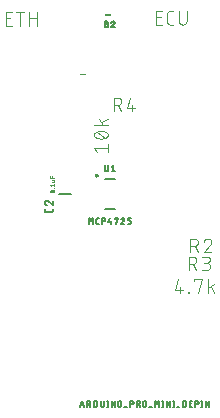
<source format=gbr>
G04 EAGLE Gerber RS-274X export*
G75*
%MOIN*%
%FSLAX34Y34*%
%LPD*%
%INSilkscreen Top*%
%IPPOS*%
%AMOC8*
5,1,8,0,0,1.08239X$1,22.5*%
G01*
%ADD10C,0.005000*%
%ADD11C,0.004000*%
%ADD12C,0.000000*%
%ADD13C,0.008000*%
%ADD14C,0.006000*%
%ADD15C,0.002000*%

G36*
X18079Y23064D02*
X18079Y23064D01*
X18094Y23071D01*
X18107Y23081D01*
X18117Y23094D01*
X18123Y23109D01*
X18125Y23125D01*
X18123Y23141D01*
X18117Y23156D01*
X18107Y23169D01*
X18094Y23179D01*
X18079Y23186D01*
X18063Y23188D01*
X18062Y23188D01*
X18046Y23186D01*
X18031Y23179D01*
X18018Y23169D01*
X18008Y23156D01*
X18002Y23141D01*
X18000Y23125D01*
X18002Y23109D01*
X18008Y23094D01*
X18018Y23081D01*
X18031Y23071D01*
X18046Y23064D01*
X18062Y23062D01*
X18063Y23062D01*
X18079Y23064D01*
G37*
D10*
X18346Y28181D02*
X18398Y28181D01*
X18412Y28179D01*
X18425Y28174D01*
X18435Y28165D01*
X18444Y28155D01*
X18449Y28142D01*
X18451Y28128D01*
X18449Y28114D01*
X18444Y28102D01*
X18435Y28091D01*
X18425Y28082D01*
X18412Y28077D01*
X18398Y28075D01*
X18346Y28075D01*
X18346Y28265D01*
X18398Y28265D01*
X18410Y28263D01*
X18421Y28258D01*
X18430Y28251D01*
X18436Y28240D01*
X18440Y28229D01*
X18440Y28217D01*
X18436Y28206D01*
X18430Y28195D01*
X18421Y28188D01*
X18410Y28183D01*
X18398Y28181D01*
X18607Y28265D02*
X18619Y28263D01*
X18631Y28259D01*
X18641Y28251D01*
X18649Y28241D01*
X18653Y28229D01*
X18655Y28217D01*
X18607Y28265D02*
X18594Y28264D01*
X18582Y28260D01*
X18571Y28253D01*
X18562Y28245D01*
X18554Y28234D01*
X18549Y28223D01*
X18638Y28180D02*
X18647Y28191D01*
X18652Y28203D01*
X18654Y28217D01*
X18638Y28181D02*
X18549Y28075D01*
X18654Y28075D01*
X17571Y15615D02*
X17508Y15425D01*
X17634Y15425D02*
X17571Y15615D01*
X17618Y15473D02*
X17523Y15473D01*
X17744Y15425D02*
X17744Y15615D01*
X17797Y15615D01*
X17811Y15613D01*
X17824Y15608D01*
X17834Y15599D01*
X17843Y15589D01*
X17848Y15576D01*
X17850Y15562D01*
X17848Y15548D01*
X17843Y15536D01*
X17834Y15525D01*
X17824Y15516D01*
X17811Y15511D01*
X17797Y15509D01*
X17744Y15509D01*
X17807Y15509D02*
X17849Y15425D01*
X17965Y15425D02*
X17965Y15615D01*
X18017Y15615D01*
X18031Y15613D01*
X18044Y15608D01*
X18054Y15599D01*
X18063Y15589D01*
X18068Y15576D01*
X18070Y15562D01*
X18070Y15478D01*
X18068Y15464D01*
X18063Y15451D01*
X18054Y15441D01*
X18043Y15432D01*
X18031Y15427D01*
X18017Y15425D01*
X17965Y15425D01*
X18195Y15478D02*
X18195Y15615D01*
X18195Y15478D02*
X18197Y15464D01*
X18202Y15452D01*
X18211Y15441D01*
X18222Y15432D01*
X18234Y15427D01*
X18248Y15425D01*
X18262Y15427D01*
X18275Y15432D01*
X18285Y15441D01*
X18294Y15452D01*
X18299Y15464D01*
X18301Y15478D01*
X18300Y15478D02*
X18300Y15615D01*
X18428Y15615D02*
X18428Y15425D01*
X18407Y15425D02*
X18449Y15425D01*
X18449Y15615D02*
X18407Y15615D01*
X18555Y15615D02*
X18555Y15425D01*
X18660Y15425D02*
X18555Y15615D01*
X18660Y15615D02*
X18660Y15425D01*
X18778Y15478D02*
X18778Y15562D01*
X18780Y15576D01*
X18785Y15589D01*
X18794Y15599D01*
X18805Y15608D01*
X18817Y15613D01*
X18831Y15615D01*
X18845Y15613D01*
X18858Y15608D01*
X18868Y15599D01*
X18877Y15589D01*
X18882Y15576D01*
X18884Y15562D01*
X18884Y15478D01*
X18882Y15464D01*
X18877Y15452D01*
X18868Y15441D01*
X18858Y15432D01*
X18845Y15427D01*
X18831Y15425D01*
X18817Y15427D01*
X18805Y15432D01*
X18794Y15441D01*
X18785Y15452D01*
X18780Y15464D01*
X18778Y15478D01*
X18983Y15404D02*
X19068Y15404D01*
X19180Y15425D02*
X19180Y15615D01*
X19233Y15615D01*
X19247Y15613D01*
X19260Y15608D01*
X19270Y15599D01*
X19279Y15589D01*
X19284Y15576D01*
X19286Y15562D01*
X19284Y15548D01*
X19279Y15536D01*
X19270Y15525D01*
X19260Y15516D01*
X19247Y15511D01*
X19233Y15509D01*
X19180Y15509D01*
X19393Y15425D02*
X19393Y15615D01*
X19445Y15615D01*
X19459Y15613D01*
X19472Y15608D01*
X19482Y15599D01*
X19491Y15589D01*
X19496Y15576D01*
X19498Y15562D01*
X19496Y15548D01*
X19491Y15536D01*
X19482Y15525D01*
X19472Y15516D01*
X19459Y15511D01*
X19445Y15509D01*
X19393Y15509D01*
X19456Y15509D02*
X19498Y15425D01*
X19606Y15478D02*
X19606Y15562D01*
X19608Y15576D01*
X19613Y15589D01*
X19622Y15599D01*
X19633Y15608D01*
X19645Y15613D01*
X19659Y15615D01*
X19673Y15613D01*
X19686Y15608D01*
X19696Y15599D01*
X19705Y15589D01*
X19710Y15576D01*
X19712Y15562D01*
X19712Y15478D01*
X19710Y15464D01*
X19705Y15452D01*
X19696Y15441D01*
X19686Y15432D01*
X19673Y15427D01*
X19659Y15425D01*
X19645Y15427D01*
X19633Y15432D01*
X19622Y15441D01*
X19613Y15452D01*
X19608Y15464D01*
X19606Y15478D01*
X19811Y15404D02*
X19895Y15404D01*
X20006Y15425D02*
X20006Y15615D01*
X20069Y15509D01*
X20133Y15615D01*
X20133Y15425D01*
X20264Y15425D02*
X20264Y15615D01*
X20243Y15425D02*
X20285Y15425D01*
X20285Y15615D02*
X20243Y15615D01*
X20391Y15615D02*
X20391Y15425D01*
X20496Y15425D02*
X20391Y15615D01*
X20496Y15615D02*
X20496Y15425D01*
X20624Y15425D02*
X20624Y15615D01*
X20603Y15425D02*
X20645Y15425D01*
X20645Y15615D02*
X20603Y15615D01*
X20733Y15404D02*
X20817Y15404D01*
X20924Y15425D02*
X20924Y15615D01*
X20976Y15615D01*
X20990Y15613D01*
X21003Y15608D01*
X21013Y15599D01*
X21022Y15589D01*
X21027Y15576D01*
X21029Y15562D01*
X21029Y15478D01*
X21027Y15464D01*
X21022Y15451D01*
X21013Y15441D01*
X21002Y15432D01*
X20990Y15427D01*
X20976Y15425D01*
X20924Y15425D01*
X21155Y15425D02*
X21239Y15425D01*
X21155Y15425D02*
X21155Y15615D01*
X21239Y15615D01*
X21218Y15531D02*
X21155Y15531D01*
X21347Y15615D02*
X21347Y15425D01*
X21347Y15615D02*
X21400Y15615D01*
X21414Y15613D01*
X21427Y15608D01*
X21437Y15599D01*
X21446Y15589D01*
X21451Y15576D01*
X21453Y15562D01*
X21451Y15548D01*
X21446Y15536D01*
X21437Y15525D01*
X21427Y15516D01*
X21414Y15511D01*
X21400Y15509D01*
X21347Y15509D01*
X21560Y15425D02*
X21560Y15615D01*
X21539Y15425D02*
X21581Y15425D01*
X21581Y15615D02*
X21539Y15615D01*
X21687Y15615D02*
X21687Y15425D01*
X21792Y15425D02*
X21687Y15615D01*
X21792Y15615D02*
X21792Y15425D01*
D11*
X20240Y28161D02*
X20036Y28161D01*
X20036Y28621D01*
X20240Y28621D01*
X20189Y28416D02*
X20036Y28416D01*
X20511Y28161D02*
X20613Y28161D01*
X20511Y28161D02*
X20493Y28163D01*
X20476Y28167D01*
X20460Y28175D01*
X20445Y28185D01*
X20433Y28197D01*
X20423Y28212D01*
X20415Y28228D01*
X20411Y28245D01*
X20409Y28263D01*
X20409Y28518D01*
X20411Y28538D01*
X20417Y28557D01*
X20426Y28575D01*
X20439Y28590D01*
X20454Y28603D01*
X20472Y28612D01*
X20491Y28618D01*
X20511Y28620D01*
X20511Y28621D02*
X20613Y28621D01*
X20800Y28621D02*
X20800Y28288D01*
X20802Y28267D01*
X20807Y28246D01*
X20815Y28227D01*
X20827Y28209D01*
X20841Y28194D01*
X20858Y28181D01*
X20877Y28171D01*
X20897Y28164D01*
X20917Y28160D01*
X20939Y28160D01*
X20959Y28164D01*
X20979Y28171D01*
X20998Y28181D01*
X21015Y28194D01*
X21029Y28209D01*
X21041Y28227D01*
X21049Y28246D01*
X21054Y28267D01*
X21056Y28288D01*
X21055Y28288D02*
X21055Y28621D01*
D12*
X18344Y28490D02*
X18341Y28500D01*
X18346Y28497D02*
X18344Y28490D01*
X18348Y28490D02*
X18346Y28497D01*
X18350Y28500D02*
X18348Y28490D01*
X18354Y28490D02*
X18354Y28500D01*
X18353Y28490D02*
X18355Y28490D01*
X18353Y28500D02*
X18355Y28500D01*
X18359Y28500D02*
X18359Y28490D01*
X18359Y28500D02*
X18362Y28500D01*
X18364Y28499D01*
X18365Y28498D01*
X18365Y28496D01*
X18364Y28495D01*
X18362Y28494D01*
X18359Y28494D01*
X18362Y28494D02*
X18364Y28490D01*
X18368Y28490D02*
X18373Y28490D01*
X18368Y28490D02*
X18368Y28500D01*
X18373Y28500D01*
X18371Y28496D02*
X18368Y28496D01*
X18376Y28500D02*
X18376Y28490D01*
X18376Y28500D02*
X18379Y28500D01*
X18381Y28499D01*
X18382Y28498D01*
X18382Y28496D01*
X18381Y28495D01*
X18379Y28494D01*
X18376Y28494D01*
X18384Y28490D02*
X18387Y28500D01*
X18391Y28490D01*
X18390Y28493D02*
X18385Y28493D01*
X18394Y28490D02*
X18394Y28500D01*
X18397Y28500D01*
X18399Y28500D01*
X18400Y28499D01*
X18400Y28497D01*
X18400Y28493D01*
X18400Y28491D01*
X18398Y28490D01*
X18397Y28490D01*
X18394Y28490D01*
X18406Y28490D02*
X18407Y28490D01*
X18408Y28491D01*
X18408Y28492D01*
X18406Y28490D02*
X18404Y28490D01*
X18402Y28491D01*
X18403Y28498D02*
X18403Y28499D01*
X18404Y28500D01*
X18405Y28500D01*
X18407Y28499D01*
X18403Y28498D02*
X18403Y28497D01*
X18404Y28496D01*
X18407Y28494D02*
X18408Y28493D01*
X18408Y28492D01*
X18407Y28494D02*
X18404Y28496D01*
X18412Y28500D02*
X18412Y28490D01*
X18415Y28494D02*
X18412Y28500D01*
X18415Y28494D02*
X18419Y28500D01*
X18419Y28490D01*
X18423Y28490D02*
X18423Y28500D01*
X18426Y28500D01*
X18428Y28500D01*
X18429Y28499D01*
X18429Y28497D01*
X18428Y28497D02*
X18428Y28493D01*
X18429Y28493D02*
X18429Y28491D01*
X18427Y28490D01*
X18426Y28490D01*
X18423Y28490D01*
X18435Y28501D02*
X18437Y28501D01*
X18438Y28500D01*
X18438Y28498D01*
X18435Y28500D02*
X18433Y28499D01*
X18432Y28498D01*
X18437Y28496D02*
X18438Y28497D01*
X18438Y28498D01*
X18437Y28496D02*
X18432Y28490D01*
X18438Y28490D01*
X18441Y28490D02*
X18441Y28490D01*
X18441Y28491D01*
X18441Y28491D01*
X18441Y28490D01*
X18441Y28488D01*
X18445Y28490D02*
X18448Y28490D01*
X18449Y28490D01*
X18450Y28491D01*
X18450Y28492D01*
X18450Y28493D01*
X18450Y28494D01*
X18449Y28495D01*
X18448Y28495D01*
X18448Y28496D02*
X18445Y28496D01*
X18445Y28500D01*
X18450Y28500D01*
X18456Y28500D02*
X18454Y28492D01*
X18459Y28492D01*
X18458Y28494D02*
X18458Y28490D01*
X18463Y28494D02*
X18469Y28494D01*
X18473Y28490D02*
X18476Y28490D01*
X18477Y28490D01*
X18478Y28491D01*
X18478Y28492D01*
X18478Y28493D01*
X18478Y28494D01*
X18477Y28495D01*
X18476Y28495D01*
X18476Y28496D02*
X18473Y28496D01*
X18473Y28500D01*
X18478Y28500D01*
X18482Y28490D02*
X18482Y28490D01*
X18482Y28491D01*
X18482Y28491D01*
X18482Y28490D01*
X18481Y28488D01*
X18486Y28495D02*
X18487Y28499D01*
X18488Y28500D02*
X18487Y28500D01*
X18486Y28499D01*
X18488Y28500D02*
X18489Y28500D01*
X18490Y28499D01*
X18491Y28495D01*
X18486Y28495D02*
X18487Y28491D01*
X18486Y28491D02*
X18487Y28490D01*
X18488Y28490D01*
X18490Y28491D02*
X18491Y28495D01*
X18490Y28491D02*
X18489Y28490D01*
X18488Y28490D01*
X18486Y28492D02*
X18490Y28498D01*
X18494Y28493D02*
X18495Y28495D01*
X18496Y28496D01*
X18498Y28496D01*
X18499Y28495D01*
X18500Y28493D01*
X18499Y28491D01*
X18498Y28490D01*
X18496Y28490D01*
X18495Y28491D01*
X18494Y28493D01*
X18495Y28498D02*
X18495Y28499D01*
X18496Y28500D01*
X18498Y28500D01*
X18499Y28499D01*
X18499Y28498D01*
X18499Y28497D01*
X18498Y28496D01*
X18496Y28496D01*
X18495Y28497D01*
X18495Y28498D01*
D11*
X15234Y28129D02*
X15030Y28129D01*
X15030Y28589D01*
X15234Y28589D01*
X15183Y28385D02*
X15030Y28385D01*
X15501Y28589D02*
X15501Y28129D01*
X15374Y28589D02*
X15629Y28589D01*
X15809Y28589D02*
X15809Y28129D01*
X15809Y28385D02*
X16064Y28385D01*
X16064Y28589D02*
X16064Y28129D01*
D12*
X17500Y26510D02*
X17502Y26500D01*
X17504Y26507D01*
X17507Y26500D01*
X17509Y26510D01*
X17513Y26510D02*
X17513Y26500D01*
X17512Y26500D02*
X17514Y26500D01*
X17512Y26510D02*
X17514Y26510D01*
X17518Y26510D02*
X17518Y26500D01*
X17518Y26510D02*
X17520Y26510D01*
X17522Y26509D01*
X17523Y26508D01*
X17523Y26506D01*
X17522Y26505D01*
X17520Y26504D01*
X17518Y26504D01*
X17521Y26504D02*
X17523Y26500D01*
X17527Y26500D02*
X17531Y26500D01*
X17527Y26500D02*
X17527Y26510D01*
X17531Y26510D01*
X17530Y26506D02*
X17527Y26506D01*
X17535Y26510D02*
X17535Y26500D01*
X17535Y26510D02*
X17538Y26510D01*
X17540Y26509D01*
X17541Y26508D01*
X17541Y26506D01*
X17540Y26505D01*
X17538Y26504D01*
X17535Y26504D01*
X17543Y26500D02*
X17546Y26510D01*
X17549Y26500D01*
X17549Y26503D02*
X17544Y26503D01*
X17553Y26500D02*
X17553Y26510D01*
X17555Y26510D01*
X17557Y26510D01*
X17558Y26509D01*
X17558Y26507D01*
X17558Y26503D01*
X17558Y26501D01*
X17556Y26500D01*
X17555Y26500D01*
X17553Y26500D01*
X17565Y26500D02*
X17566Y26500D01*
X17567Y26501D01*
X17567Y26502D01*
X17565Y26500D02*
X17563Y26500D01*
X17561Y26501D01*
X17562Y26508D02*
X17562Y26509D01*
X17563Y26510D01*
X17564Y26510D01*
X17566Y26509D01*
X17562Y26508D02*
X17562Y26507D01*
X17563Y26506D01*
X17566Y26504D02*
X17567Y26503D01*
X17567Y26502D01*
X17566Y26504D02*
X17563Y26506D01*
X17571Y26510D02*
X17571Y26500D01*
X17574Y26504D02*
X17571Y26510D01*
X17574Y26504D02*
X17577Y26510D01*
X17577Y26500D01*
X17581Y26500D02*
X17581Y26510D01*
X17584Y26510D01*
X17586Y26510D01*
X17587Y26509D01*
X17587Y26507D01*
X17587Y26503D01*
X17587Y26501D01*
X17585Y26500D01*
X17584Y26500D01*
X17581Y26500D01*
X17597Y26508D02*
X17597Y26510D01*
X17596Y26511D01*
X17594Y26511D01*
X17594Y26510D02*
X17592Y26509D01*
X17591Y26508D01*
X17596Y26506D02*
X17597Y26507D01*
X17597Y26508D01*
X17595Y26506D02*
X17591Y26500D01*
X17596Y26500D01*
X17600Y26500D02*
X17600Y26500D01*
X17600Y26501D01*
X17600Y26501D01*
X17600Y26500D01*
X17599Y26498D01*
X17603Y26500D02*
X17607Y26500D01*
X17608Y26500D01*
X17609Y26501D01*
X17609Y26502D01*
X17609Y26503D01*
X17609Y26504D01*
X17608Y26505D01*
X17607Y26505D01*
X17607Y26506D02*
X17603Y26506D01*
X17603Y26510D01*
X17609Y26510D01*
X17615Y26510D02*
X17612Y26502D01*
X17618Y26502D01*
X17616Y26504D02*
X17616Y26500D01*
X17621Y26504D02*
X17628Y26504D01*
X17632Y26500D02*
X17635Y26500D01*
X17636Y26500D01*
X17637Y26501D01*
X17637Y26502D01*
X17637Y26503D01*
X17637Y26504D01*
X17636Y26505D01*
X17635Y26505D01*
X17635Y26506D02*
X17632Y26506D01*
X17632Y26510D01*
X17637Y26510D01*
X17641Y26500D02*
X17640Y26500D01*
X17640Y26501D01*
X17641Y26501D01*
X17641Y26500D01*
X17640Y26498D01*
X17644Y26505D02*
X17645Y26509D01*
X17646Y26510D01*
X17647Y26510D01*
X17648Y26510D01*
X17649Y26509D01*
X17648Y26509D02*
X17649Y26505D01*
X17644Y26505D02*
X17645Y26501D01*
X17646Y26500D01*
X17647Y26500D01*
X17648Y26501D02*
X17649Y26505D01*
X17649Y26501D02*
X17648Y26500D01*
X17647Y26500D01*
X17645Y26502D02*
X17649Y26508D01*
X17653Y26503D02*
X17654Y26505D01*
X17655Y26506D01*
X17657Y26506D01*
X17658Y26505D01*
X17659Y26503D01*
X17658Y26501D01*
X17657Y26500D01*
X17655Y26500D01*
X17654Y26501D01*
X17653Y26503D01*
X17654Y26508D02*
X17654Y26509D01*
X17655Y26510D01*
X17657Y26510D01*
X17658Y26509D01*
X17658Y26508D01*
X17658Y26507D01*
X17657Y26506D01*
X17655Y26506D01*
X17654Y26507D01*
X17654Y26508D01*
D11*
X21177Y21030D02*
X21177Y20570D01*
X21177Y21030D02*
X21305Y21030D01*
X21326Y21028D01*
X21347Y21023D01*
X21366Y21015D01*
X21384Y21003D01*
X21399Y20989D01*
X21412Y20972D01*
X21422Y20953D01*
X21429Y20933D01*
X21433Y20913D01*
X21433Y20891D01*
X21429Y20871D01*
X21422Y20851D01*
X21412Y20832D01*
X21399Y20815D01*
X21384Y20801D01*
X21366Y20789D01*
X21347Y20781D01*
X21326Y20776D01*
X21305Y20774D01*
X21177Y20774D01*
X21331Y20774D02*
X21433Y20570D01*
X21880Y20915D02*
X21878Y20935D01*
X21873Y20954D01*
X21865Y20973D01*
X21853Y20989D01*
X21839Y21003D01*
X21823Y21015D01*
X21804Y21023D01*
X21785Y21028D01*
X21765Y21030D01*
X21742Y21028D01*
X21719Y21023D01*
X21698Y21014D01*
X21678Y21002D01*
X21660Y20987D01*
X21645Y20969D01*
X21633Y20949D01*
X21624Y20928D01*
X21842Y20825D02*
X21855Y20840D01*
X21866Y20857D01*
X21874Y20876D01*
X21878Y20895D01*
X21880Y20915D01*
X21842Y20826D02*
X21624Y20570D01*
X21880Y20570D01*
X20772Y19680D02*
X20670Y19322D01*
X20926Y19322D01*
X20849Y19424D02*
X20849Y19220D01*
X21100Y19220D02*
X21100Y19246D01*
X21126Y19246D01*
X21126Y19220D01*
X21100Y19220D01*
X21300Y19629D02*
X21300Y19680D01*
X21556Y19680D01*
X21428Y19220D01*
X21766Y19220D02*
X21766Y19680D01*
X21970Y19527D02*
X21766Y19373D01*
X21855Y19437D02*
X21970Y19220D01*
X21127Y19970D02*
X21127Y20430D01*
X21255Y20430D01*
X21276Y20428D01*
X21297Y20423D01*
X21316Y20415D01*
X21334Y20403D01*
X21349Y20389D01*
X21362Y20372D01*
X21372Y20353D01*
X21379Y20333D01*
X21383Y20313D01*
X21383Y20291D01*
X21379Y20271D01*
X21372Y20251D01*
X21362Y20232D01*
X21349Y20215D01*
X21334Y20201D01*
X21316Y20189D01*
X21297Y20181D01*
X21276Y20176D01*
X21255Y20174D01*
X21127Y20174D01*
X21281Y20174D02*
X21383Y19970D01*
X21574Y19970D02*
X21702Y19970D01*
X21723Y19972D01*
X21744Y19977D01*
X21763Y19985D01*
X21781Y19997D01*
X21796Y20011D01*
X21809Y20028D01*
X21819Y20047D01*
X21826Y20067D01*
X21830Y20087D01*
X21830Y20109D01*
X21826Y20129D01*
X21819Y20149D01*
X21809Y20168D01*
X21796Y20185D01*
X21781Y20199D01*
X21763Y20211D01*
X21744Y20219D01*
X21723Y20224D01*
X21702Y20226D01*
X21728Y20430D02*
X21574Y20430D01*
X21728Y20430D02*
X21747Y20428D01*
X21765Y20423D01*
X21782Y20415D01*
X21797Y20403D01*
X21809Y20389D01*
X21819Y20373D01*
X21826Y20356D01*
X21830Y20337D01*
X21830Y20319D01*
X21826Y20300D01*
X21819Y20283D01*
X21809Y20267D01*
X21797Y20253D01*
X21782Y20241D01*
X21765Y20233D01*
X21747Y20228D01*
X21728Y20226D01*
X21626Y20226D01*
X18620Y25270D02*
X18620Y25730D01*
X18748Y25730D01*
X18769Y25728D01*
X18790Y25723D01*
X18809Y25715D01*
X18827Y25703D01*
X18842Y25689D01*
X18855Y25672D01*
X18865Y25653D01*
X18872Y25633D01*
X18876Y25613D01*
X18876Y25591D01*
X18872Y25571D01*
X18865Y25551D01*
X18855Y25532D01*
X18842Y25515D01*
X18827Y25501D01*
X18809Y25489D01*
X18790Y25481D01*
X18769Y25476D01*
X18748Y25474D01*
X18620Y25474D01*
X18773Y25474D02*
X18876Y25270D01*
X19067Y25372D02*
X19169Y25730D01*
X19067Y25372D02*
X19323Y25372D01*
X19246Y25474D02*
X19246Y25270D01*
X17970Y24037D02*
X18072Y23910D01*
X17970Y24037D02*
X18430Y24037D01*
X18430Y23910D02*
X18430Y24165D01*
X18200Y24360D02*
X18166Y24362D01*
X18132Y24366D01*
X18098Y24374D01*
X18065Y24385D01*
X18034Y24398D01*
X18034Y24397D02*
X18019Y24404D01*
X18005Y24413D01*
X17993Y24425D01*
X17983Y24439D01*
X17976Y24454D01*
X17971Y24470D01*
X17970Y24487D01*
X17971Y24504D01*
X17976Y24520D01*
X17983Y24535D01*
X17993Y24549D01*
X18005Y24561D01*
X18019Y24570D01*
X18034Y24577D01*
X18065Y24590D01*
X18098Y24601D01*
X18132Y24609D01*
X18166Y24613D01*
X18200Y24615D01*
X18200Y24360D02*
X18234Y24362D01*
X18268Y24366D01*
X18302Y24374D01*
X18335Y24385D01*
X18366Y24398D01*
X18366Y24397D02*
X18381Y24404D01*
X18395Y24413D01*
X18407Y24425D01*
X18417Y24439D01*
X18424Y24454D01*
X18429Y24470D01*
X18430Y24487D01*
X18366Y24577D02*
X18335Y24590D01*
X18302Y24601D01*
X18268Y24609D01*
X18234Y24613D01*
X18200Y24615D01*
X18366Y24577D02*
X18381Y24570D01*
X18395Y24561D01*
X18407Y24549D01*
X18417Y24535D01*
X18424Y24520D01*
X18429Y24504D01*
X18430Y24487D01*
X18328Y24385D02*
X18072Y24590D01*
X17970Y24826D02*
X18430Y24826D01*
X18277Y24826D02*
X18123Y25030D01*
X18213Y24915D02*
X18430Y25030D01*
D13*
X18331Y22000D02*
X18669Y22000D01*
X18669Y23000D02*
X18331Y23000D01*
D10*
X18336Y23328D02*
X18336Y23465D01*
X18335Y23328D02*
X18337Y23314D01*
X18342Y23302D01*
X18351Y23291D01*
X18362Y23282D01*
X18374Y23277D01*
X18388Y23275D01*
X18402Y23277D01*
X18415Y23282D01*
X18425Y23291D01*
X18434Y23302D01*
X18439Y23314D01*
X18441Y23328D01*
X18441Y23465D01*
X18559Y23423D02*
X18612Y23465D01*
X18612Y23275D01*
X18664Y23275D02*
X18559Y23275D01*
X17801Y21715D02*
X17801Y21525D01*
X17864Y21609D02*
X17801Y21715D01*
X17864Y21609D02*
X17928Y21715D01*
X17928Y21525D01*
X18090Y21525D02*
X18133Y21525D01*
X18090Y21525D02*
X18079Y21526D01*
X18069Y21531D01*
X18060Y21537D01*
X18054Y21546D01*
X18049Y21556D01*
X18048Y21567D01*
X18048Y21673D01*
X18049Y21684D01*
X18054Y21694D01*
X18060Y21703D01*
X18069Y21709D01*
X18079Y21714D01*
X18090Y21715D01*
X18133Y21715D01*
X18242Y21715D02*
X18242Y21525D01*
X18242Y21715D02*
X18295Y21715D01*
X18309Y21713D01*
X18322Y21708D01*
X18332Y21699D01*
X18341Y21689D01*
X18346Y21676D01*
X18348Y21662D01*
X18346Y21648D01*
X18341Y21636D01*
X18332Y21625D01*
X18322Y21616D01*
X18309Y21611D01*
X18295Y21609D01*
X18242Y21609D01*
X18445Y21567D02*
X18488Y21715D01*
X18445Y21567D02*
X18551Y21567D01*
X18519Y21609D02*
X18519Y21525D01*
X18661Y21694D02*
X18661Y21715D01*
X18767Y21715D01*
X18714Y21525D01*
X18935Y21715D02*
X18947Y21713D01*
X18959Y21709D01*
X18969Y21701D01*
X18977Y21691D01*
X18981Y21679D01*
X18983Y21667D01*
X18935Y21715D02*
X18922Y21714D01*
X18910Y21710D01*
X18899Y21703D01*
X18890Y21695D01*
X18882Y21684D01*
X18877Y21673D01*
X18967Y21630D02*
X18976Y21641D01*
X18981Y21653D01*
X18983Y21667D01*
X18967Y21631D02*
X18877Y21525D01*
X18983Y21525D01*
X19093Y21525D02*
X19157Y21525D01*
X19168Y21526D01*
X19178Y21531D01*
X19187Y21537D01*
X19193Y21546D01*
X19198Y21556D01*
X19199Y21567D01*
X19199Y21588D01*
X19198Y21599D01*
X19193Y21609D01*
X19187Y21618D01*
X19178Y21624D01*
X19168Y21629D01*
X19157Y21630D01*
X19157Y21631D02*
X19093Y21631D01*
X19093Y21715D01*
X19199Y21715D01*
D13*
X17200Y22500D02*
X16800Y22500D01*
D14*
X16595Y22021D02*
X16595Y21963D01*
X16594Y21950D01*
X16589Y21938D01*
X16582Y21927D01*
X16573Y21918D01*
X16562Y21911D01*
X16550Y21906D01*
X16537Y21905D01*
X16393Y21905D01*
X16380Y21906D01*
X16368Y21911D01*
X16357Y21918D01*
X16348Y21927D01*
X16341Y21938D01*
X16336Y21950D01*
X16335Y21963D01*
X16335Y22021D01*
X16335Y22226D02*
X16337Y22240D01*
X16341Y22254D01*
X16349Y22267D01*
X16359Y22277D01*
X16372Y22285D01*
X16386Y22289D01*
X16400Y22291D01*
X16335Y22226D02*
X16337Y22209D01*
X16342Y22192D01*
X16351Y22177D01*
X16363Y22164D01*
X16377Y22153D01*
X16393Y22146D01*
X16451Y22269D02*
X16440Y22278D01*
X16428Y22285D01*
X16414Y22290D01*
X16400Y22291D01*
X16451Y22269D02*
X16595Y22146D01*
X16595Y22291D01*
D15*
X16580Y22568D02*
X16563Y22569D01*
X16546Y22573D01*
X16530Y22580D01*
X16522Y22584D01*
X16515Y22590D01*
X16511Y22598D01*
X16510Y22607D01*
X16511Y22616D01*
X16515Y22624D01*
X16522Y22630D01*
X16530Y22634D01*
X16530Y22633D02*
X16546Y22640D01*
X16563Y22644D01*
X16580Y22645D01*
X16580Y22568D02*
X16597Y22569D01*
X16614Y22573D01*
X16630Y22580D01*
X16638Y22584D01*
X16645Y22590D01*
X16649Y22598D01*
X16650Y22607D01*
X16630Y22633D02*
X16614Y22640D01*
X16597Y22644D01*
X16580Y22645D01*
X16630Y22634D02*
X16638Y22630D01*
X16645Y22624D01*
X16649Y22616D01*
X16650Y22607D01*
X16619Y22575D02*
X16541Y22638D01*
X16642Y22703D02*
X16650Y22703D01*
X16642Y22703D02*
X16642Y22711D01*
X16650Y22711D01*
X16650Y22703D01*
X16541Y22769D02*
X16510Y22808D01*
X16650Y22808D01*
X16650Y22769D02*
X16650Y22847D01*
X16627Y22916D02*
X16557Y22916D01*
X16627Y22917D02*
X16634Y22918D01*
X16641Y22921D01*
X16646Y22926D01*
X16649Y22933D01*
X16650Y22940D01*
X16650Y22978D01*
X16557Y22978D01*
X16510Y23053D02*
X16650Y23053D01*
X16510Y23053D02*
X16510Y23115D01*
X16572Y23115D02*
X16572Y23053D01*
M02*

</source>
